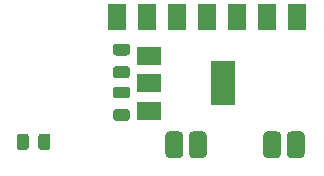
<source format=gbr>
G04 #@! TF.GenerationSoftware,KiCad,Pcbnew,6.0.5+dfsg-1~bpo11+1*
G04 #@! TF.ProjectId,esp8266_pzem16_ac,65737038-3236-4365-9f70-7a656d31365f,rev?*
G04 #@! TF.SameCoordinates,Original*
G04 #@! TF.FileFunction,Paste,Bot*
G04 #@! TF.FilePolarity,Positive*
%FSLAX46Y46*%
G04 Gerber Fmt 4.6, Leading zero omitted, Abs format (unit mm)*
%MOMM*%
%LPD*%
G01*
G04 APERTURE LIST*
%ADD10R,1.524000X2.286000*%
%ADD11R,2.000000X1.500000*%
%ADD12R,2.000000X3.800000*%
G04 APERTURE END LIST*
D10*
X69215000Y-43053000D03*
X71755000Y-43053000D03*
X74295000Y-43053000D03*
X76835000Y-43053000D03*
X79375000Y-43053000D03*
X81915000Y-43053000D03*
X84455000Y-43053000D03*
G36*
G01*
X76422000Y-54991000D02*
X75660000Y-54991000D01*
G75*
G02*
X75279000Y-54610000I0J381000D01*
G01*
X75279000Y-53086000D01*
G75*
G02*
X75660000Y-52705000I381000J0D01*
G01*
X76422000Y-52705000D01*
G75*
G02*
X76803000Y-53086000I0J-381000D01*
G01*
X76803000Y-54610000D01*
G75*
G02*
X76422000Y-54991000I-381000J0D01*
G01*
G37*
G36*
G01*
X74422000Y-54991000D02*
X73660000Y-54991000D01*
G75*
G02*
X73279000Y-54610000I0J381000D01*
G01*
X73279000Y-53086000D01*
G75*
G02*
X73660000Y-52705000I381000J0D01*
G01*
X74422000Y-52705000D01*
G75*
G02*
X74803000Y-53086000I0J-381000D01*
G01*
X74803000Y-54610000D01*
G75*
G02*
X74422000Y-54991000I-381000J0D01*
G01*
G37*
G36*
G01*
X60701500Y-54044000D02*
X60701500Y-53144000D01*
G75*
G02*
X60951500Y-52894000I250000J0D01*
G01*
X61476500Y-52894000D01*
G75*
G02*
X61726500Y-53144000I0J-250000D01*
G01*
X61726500Y-54044000D01*
G75*
G02*
X61476500Y-54294000I-250000J0D01*
G01*
X60951500Y-54294000D01*
G75*
G02*
X60701500Y-54044000I0J250000D01*
G01*
G37*
G36*
G01*
X62526500Y-54044000D02*
X62526500Y-53144000D01*
G75*
G02*
X62776500Y-52894000I250000J0D01*
G01*
X63301500Y-52894000D01*
G75*
G02*
X63551500Y-53144000I0J-250000D01*
G01*
X63551500Y-54044000D01*
G75*
G02*
X63301500Y-54294000I-250000J0D01*
G01*
X62776500Y-54294000D01*
G75*
G02*
X62526500Y-54044000I0J250000D01*
G01*
G37*
D11*
X71907000Y-50955000D03*
D12*
X78207000Y-48655000D03*
D11*
X71907000Y-48655000D03*
X71907000Y-46355000D03*
G36*
G01*
X84709000Y-54991000D02*
X83947000Y-54991000D01*
G75*
G02*
X83566000Y-54610000I0J381000D01*
G01*
X83566000Y-53086000D01*
G75*
G02*
X83947000Y-52705000I381000J0D01*
G01*
X84709000Y-52705000D01*
G75*
G02*
X85090000Y-53086000I0J-381000D01*
G01*
X85090000Y-54610000D01*
G75*
G02*
X84709000Y-54991000I-381000J0D01*
G01*
G37*
G36*
G01*
X82709000Y-54991000D02*
X81947000Y-54991000D01*
G75*
G02*
X81566000Y-54610000I0J381000D01*
G01*
X81566000Y-53086000D01*
G75*
G02*
X81947000Y-52705000I381000J0D01*
G01*
X82709000Y-52705000D01*
G75*
G02*
X83090000Y-53086000I0J-381000D01*
G01*
X83090000Y-54610000D01*
G75*
G02*
X82709000Y-54991000I-381000J0D01*
G01*
G37*
G36*
G01*
X70046000Y-48200000D02*
X69096000Y-48200000D01*
G75*
G02*
X68846000Y-47950000I0J250000D01*
G01*
X68846000Y-47450000D01*
G75*
G02*
X69096000Y-47200000I250000J0D01*
G01*
X70046000Y-47200000D01*
G75*
G02*
X70296000Y-47450000I0J-250000D01*
G01*
X70296000Y-47950000D01*
G75*
G02*
X70046000Y-48200000I-250000J0D01*
G01*
G37*
G36*
G01*
X70046000Y-46300000D02*
X69096000Y-46300000D01*
G75*
G02*
X68846000Y-46050000I0J250000D01*
G01*
X68846000Y-45550000D01*
G75*
G02*
X69096000Y-45300000I250000J0D01*
G01*
X70046000Y-45300000D01*
G75*
G02*
X70296000Y-45550000I0J-250000D01*
G01*
X70296000Y-46050000D01*
G75*
G02*
X70046000Y-46300000I-250000J0D01*
G01*
G37*
G36*
G01*
X69096000Y-48917000D02*
X70046000Y-48917000D01*
G75*
G02*
X70296000Y-49167000I0J-250000D01*
G01*
X70296000Y-49667000D01*
G75*
G02*
X70046000Y-49917000I-250000J0D01*
G01*
X69096000Y-49917000D01*
G75*
G02*
X68846000Y-49667000I0J250000D01*
G01*
X68846000Y-49167000D01*
G75*
G02*
X69096000Y-48917000I250000J0D01*
G01*
G37*
G36*
G01*
X69096000Y-50817000D02*
X70046000Y-50817000D01*
G75*
G02*
X70296000Y-51067000I0J-250000D01*
G01*
X70296000Y-51567000D01*
G75*
G02*
X70046000Y-51817000I-250000J0D01*
G01*
X69096000Y-51817000D01*
G75*
G02*
X68846000Y-51567000I0J250000D01*
G01*
X68846000Y-51067000D01*
G75*
G02*
X69096000Y-50817000I250000J0D01*
G01*
G37*
M02*

</source>
